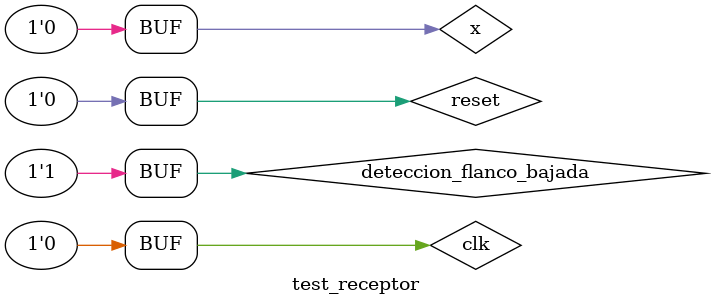
<source format=v>
`timescale 1ns / 1ps


module test_receptor;

	// Inputs
	reg clk;
	reg reset;
	reg deteccion_flanco_bajada;
	reg x;
	// Instantiate the Unit Under Test (UUT)
	receptor uut (
		.clk(clk), 
		.reset(reset), 
		.deteccion_flanco_bajada(deteccion_flanco_bajada),
		.x(x)
	);

	initial
		begin
		reset <= 1; # 22; reset <= 0;
		deteccion_flanco_bajada <= 1; 
		x<=1; # 9180; x<=0;# 9180; x<=1;# 9180; x<=1;# 9180; x<=0;
		end


		// generate clock to sequence tests CLOCK
		always
		begin
		clk <= 1; # 10; clk <= 0; # 10;
		end
      
endmodule


</source>
